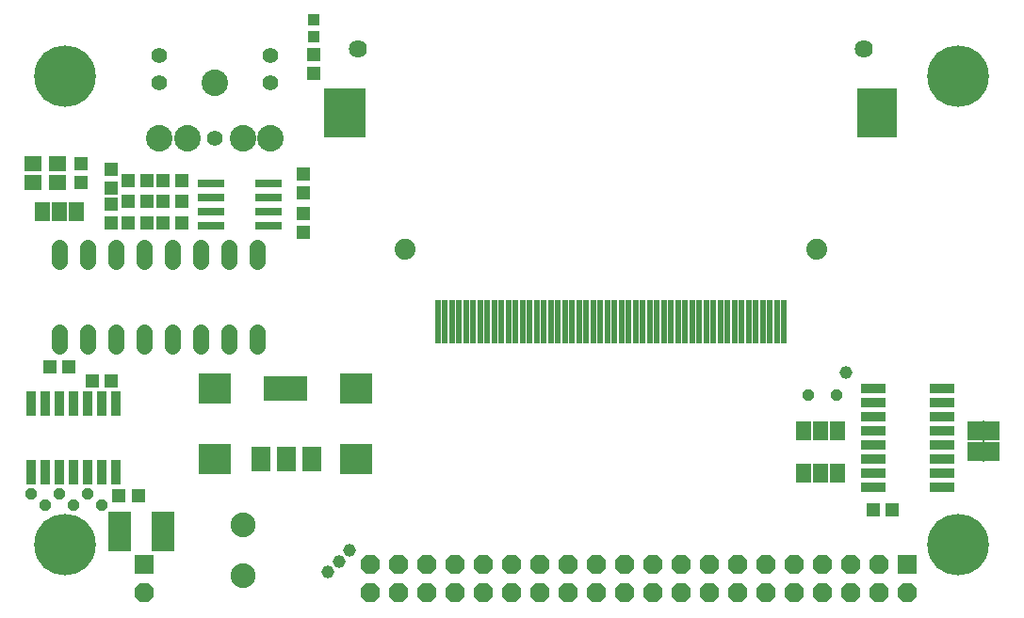
<source format=gts>
G75*
%MOIN*%
%OFA0B0*%
%FSLAX24Y24*%
%IPPOS*%
%LPD*%
%AMOC8*
5,1,8,0,0,1.08239X$1,22.5*
%
%ADD10C,0.2180*%
%ADD11R,0.0680X0.0680*%
%ADD12OC8,0.0680*%
%ADD13R,0.0474X0.0513*%
%ADD14R,0.0513X0.0474*%
%ADD15R,0.0828X0.1419*%
%ADD16R,0.0241X0.1556*%
%ADD17R,0.1340X0.1655*%
%ADD18R,0.1500X0.1750*%
%ADD19R,0.1437X0.1750*%
%ADD20C,0.0740*%
%ADD21C,0.0640*%
%ADD22R,0.0880X0.0340*%
%ADD23R,0.0540X0.0710*%
%ADD24R,0.0060X0.0720*%
%ADD25C,0.0560*%
%ADD26R,0.0631X0.0552*%
%ADD27OC8,0.0417*%
%ADD28C,0.0940*%
%ADD29C,0.0552*%
%ADD30C,0.0880*%
%ADD31R,0.0670X0.0870*%
%ADD32R,0.1580X0.0870*%
%ADD33R,0.1143X0.1084*%
%ADD34R,0.0946X0.0316*%
%ADD35R,0.0395X0.0395*%
%ADD36R,0.0340X0.0880*%
%ADD37C,0.0456*%
D10*
X002822Y003572D03*
X002822Y020178D03*
X034428Y020178D03*
X034428Y003572D03*
D11*
X032625Y002875D03*
X005625Y002875D03*
D12*
X005625Y001875D03*
X013625Y001875D03*
X014625Y001875D03*
X015625Y001875D03*
X016625Y001875D03*
X017625Y001875D03*
X018625Y001875D03*
X019625Y001875D03*
X020625Y001875D03*
X021625Y001875D03*
X022625Y001875D03*
X023625Y001875D03*
X024625Y001875D03*
X025625Y001875D03*
X026625Y001875D03*
X027625Y001875D03*
X028625Y001875D03*
X029625Y001875D03*
X030625Y001875D03*
X031625Y001875D03*
X032625Y001875D03*
X031625Y002875D03*
X030625Y002875D03*
X029625Y002875D03*
X028625Y002875D03*
X027625Y002875D03*
X026625Y002875D03*
X025625Y002875D03*
X024625Y002875D03*
X023625Y002875D03*
X022625Y002875D03*
X021625Y002875D03*
X020625Y002875D03*
X019625Y002875D03*
X018625Y002875D03*
X017625Y002875D03*
X016625Y002875D03*
X015625Y002875D03*
X014625Y002875D03*
X013625Y002875D03*
D13*
X004460Y009375D03*
X003790Y009375D03*
X005040Y015000D03*
X005710Y015000D03*
X005710Y015750D03*
X006290Y015750D03*
X006960Y015750D03*
X006960Y016500D03*
X006290Y016500D03*
X005040Y015750D03*
X003375Y016415D03*
X003375Y017085D03*
D14*
X004438Y016897D03*
X005040Y016500D03*
X004438Y016228D03*
X004438Y015647D03*
X004438Y014978D03*
X006290Y015000D03*
X006960Y015000D03*
X005710Y016500D03*
X011250Y016710D03*
X011250Y016040D03*
X011250Y015335D03*
X011250Y014665D03*
X011625Y020290D03*
X011625Y020960D03*
X002960Y009875D03*
X002290Y009875D03*
X004728Y005313D03*
X005397Y005313D03*
X031415Y004813D03*
X032085Y004813D03*
D15*
X006268Y004063D03*
X004732Y004063D03*
D16*
X016000Y011481D03*
X016250Y011481D03*
X016500Y011481D03*
X016750Y011481D03*
X017000Y011481D03*
X017250Y011481D03*
X017500Y011481D03*
X017750Y011481D03*
X018000Y011481D03*
X018250Y011481D03*
X018500Y011481D03*
X018750Y011481D03*
X019000Y011481D03*
X019250Y011481D03*
X019500Y011481D03*
X019750Y011481D03*
X020000Y011481D03*
X020250Y011481D03*
X020500Y011481D03*
X020750Y011481D03*
X021000Y011481D03*
X021250Y011481D03*
X021500Y011481D03*
X021750Y011481D03*
X022000Y011481D03*
X022250Y011481D03*
X022500Y011481D03*
X022750Y011481D03*
X023000Y011481D03*
X023250Y011481D03*
X023500Y011481D03*
X023750Y011481D03*
X024000Y011481D03*
X024250Y011481D03*
X024500Y011481D03*
X024750Y011481D03*
X025000Y011481D03*
X025250Y011481D03*
X025500Y011481D03*
X025750Y011481D03*
X026000Y011481D03*
X026250Y011481D03*
X026500Y011481D03*
X026750Y011481D03*
X027000Y011481D03*
X027250Y011481D03*
X027500Y011481D03*
X027750Y011481D03*
X028000Y011481D03*
X028250Y011481D03*
D17*
X031528Y018873D03*
X012722Y018873D03*
D18*
X012707Y018875D03*
D19*
X031531Y018875D03*
D20*
X029408Y014052D03*
X014842Y014052D03*
D21*
X013168Y021139D03*
X031082Y021139D03*
D22*
X031415Y009125D03*
X031415Y008625D03*
X031415Y008125D03*
X031415Y007625D03*
X031415Y007125D03*
X031415Y006625D03*
X031415Y006125D03*
X031415Y005625D03*
X033835Y005625D03*
X033835Y006125D03*
X033835Y006625D03*
X033835Y007125D03*
X033835Y007625D03*
X033835Y008125D03*
X033835Y008625D03*
X033835Y009125D03*
D23*
X035013Y007625D03*
X035613Y007625D03*
X035613Y006875D03*
X035013Y006875D03*
X030163Y006125D03*
X029563Y006125D03*
X028963Y006125D03*
X028963Y007625D03*
X029563Y007625D03*
X030163Y007625D03*
X003225Y015375D03*
X002625Y015375D03*
X002025Y015375D03*
D24*
X035313Y007625D03*
X035313Y006875D03*
D25*
X009625Y010635D02*
X009625Y011115D01*
X008625Y011115D02*
X008625Y010635D01*
X007625Y010635D02*
X007625Y011115D01*
X006625Y011115D02*
X006625Y010635D01*
X005625Y010635D02*
X005625Y011115D01*
X004625Y011115D02*
X004625Y010635D01*
X003625Y010635D02*
X003625Y011115D01*
X002625Y011115D02*
X002625Y010635D01*
X002625Y013635D02*
X002625Y014115D01*
X003625Y014115D02*
X003625Y013635D01*
X004625Y013635D02*
X004625Y014115D01*
X005625Y014115D02*
X005625Y013635D01*
X006625Y013635D02*
X006625Y014115D01*
X007625Y014115D02*
X007625Y013635D01*
X008625Y013635D02*
X008625Y014115D01*
X009625Y014115D02*
X009625Y013635D01*
D26*
X002558Y016415D03*
X001692Y016415D03*
X001692Y017085D03*
X002558Y017085D03*
D27*
X002625Y005375D03*
X002125Y005000D03*
X001625Y005375D03*
X003125Y005000D03*
X003625Y005375D03*
X004125Y005000D03*
X029125Y008875D03*
X030125Y008875D03*
D28*
X010094Y017969D03*
X009109Y017969D03*
X007141Y017969D03*
X006156Y017969D03*
X008125Y019938D03*
D29*
X006156Y019938D03*
X006156Y020922D03*
X010094Y020922D03*
X010094Y019938D03*
X008125Y017969D03*
D30*
X009125Y004300D03*
X009125Y002500D03*
D31*
X009735Y006635D03*
X010635Y006635D03*
X011535Y006635D03*
D32*
X010625Y009115D03*
D33*
X008125Y009125D03*
X008125Y006625D03*
X013125Y006625D03*
X013125Y009125D03*
D34*
X010024Y014875D03*
X010024Y015375D03*
X010024Y015875D03*
X010024Y016375D03*
X007976Y016375D03*
X007976Y015875D03*
X007976Y015375D03*
X007976Y014875D03*
D35*
X011625Y021580D03*
X011625Y022170D03*
D36*
X004625Y008585D03*
X004125Y008585D03*
X003625Y008585D03*
X003125Y008585D03*
X002625Y008585D03*
X002125Y008585D03*
X001625Y008585D03*
X001625Y006165D03*
X002125Y006165D03*
X002625Y006165D03*
X003125Y006165D03*
X003625Y006165D03*
X004125Y006165D03*
X004625Y006165D03*
D37*
X012125Y002625D03*
X012500Y003000D03*
X012875Y003375D03*
X030438Y009688D03*
M02*

</source>
